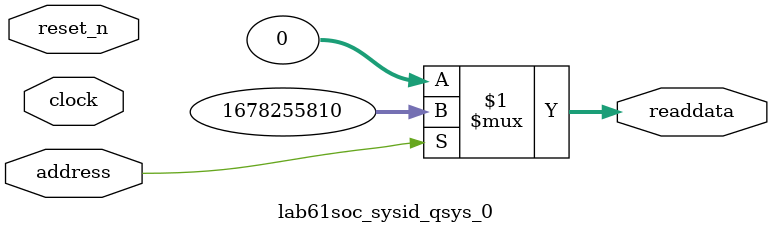
<source format=v>



// synthesis translate_off
`timescale 1ns / 1ps
// synthesis translate_on

// turn off superfluous verilog processor warnings 
// altera message_level Level1 
// altera message_off 10034 10035 10036 10037 10230 10240 10030 

module lab61soc_sysid_qsys_0 (
               // inputs:
                address,
                clock,
                reset_n,

               // outputs:
                readdata
             )
;

  output  [ 31: 0] readdata;
  input            address;
  input            clock;
  input            reset_n;

  wire    [ 31: 0] readdata;
  //control_slave, which is an e_avalon_slave
  assign readdata = address ? 1678255810 : 0;

endmodule



</source>
